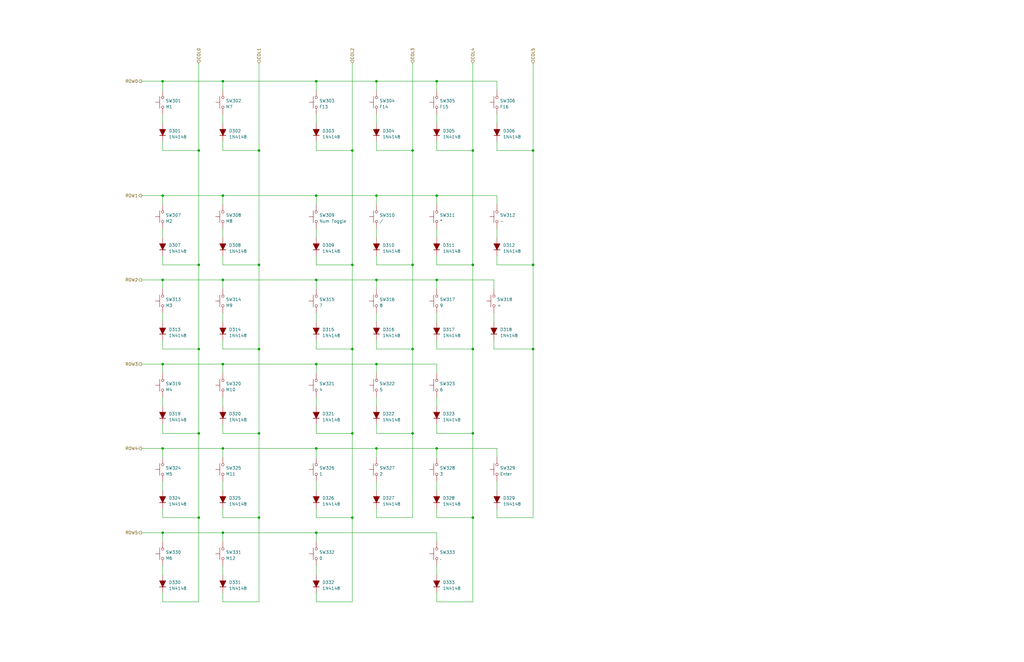
<source format=kicad_sch>
(kicad_sch (version 20230121) (generator eeschema)
  (paper "B")
  (title_block (title "Nifty Numpad") (date "2023-06-10") (rev "0") (comment 1 "Isaac Rex"))
  (lib_symbols
    (symbol "Device:D_Filled" (pin_numbers hide) (pin_names (offset 1.016) hide)
      (property "Reference" "D" (at 0 2.54 0))
      (property "Value" "D_Filled" (at 0 -2.54 0))
      (symbol "D_Filled_0_1"
        (polyline (pts (xy -1.27 1.27) (xy -1.27 -1.27)) (stroke (width 0.254)))
        (polyline (pts (xy 1.27 0) (xy -1.27 0)))
        (polyline (pts (xy 1.27 1.27) (xy 1.27 -1.27) (xy -1.27 0) (xy 1.27 1.27)) (stroke (width 0.254)) (fill (type outline)))
      )
      (symbol "D_Filled_1_1"
        (pin passive line (at -3.81 0 0) (length 2.54) (name "K") (number "1"))
        (pin passive line (at 3.81 0 180) (length 2.54) (name "A") (number "2"))
      )
    )
    (symbol "Switch:SW_Push" (pin_numbers hide) (pin_names (offset 1.016) hide)
      (property "Reference" "SW" (at 1.27 2.54 0))
      (property "Value" "SW_Push" (at 0 -1.524 0))
      (symbol "SW_Push_0_1"
        (circle (center -2.032 0) (radius 0.508))
        (polyline (pts (xy 0 1.27) (xy 0 3.048)))
        (polyline (pts (xy 2.54 1.27) (xy -2.54 1.27)))
        (circle (center 2.032 0) (radius 0.508))
        (pin passive line (at -5.08 0 0) (length 2.54) (name "1") (number "1"))
        (pin passive line (at 5.08 0 180) (length 2.54) (name "2") (number "2"))
      )
    )
  )
  (junction (at 184.15 189.23))
  (junction (at 93.98 224.79))
  (junction (at 184.15 34.29))
  (junction (at 68.58 118.11))
  (junction (at 199.39 147.32))
  (junction (at 173.99 63.5))
  (junction (at 133.35 82.55))
  (junction (at 93.98 82.55))
  (junction (at 83.82 147.32))
  (junction (at 184.15 118.11))
  (junction (at 199.39 111.76))
  (junction (at 109.22 63.5))
  (junction (at 133.35 189.23))
  (junction (at 68.58 153.67))
  (junction (at 83.82 218.44))
  (junction (at 148.59 218.44))
  (junction (at 133.35 118.11))
  (junction (at 148.59 182.88))
  (junction (at 224.79 147.32))
  (junction (at 173.99 182.88))
  (junction (at 158.75 153.67))
  (junction (at 133.35 153.67))
  (junction (at 109.22 218.44))
  (junction (at 224.79 63.5))
  (junction (at 83.82 63.5))
  (junction (at 83.82 111.76))
  (junction (at 133.35 224.79))
  (junction (at 173.99 147.32))
  (junction (at 93.98 34.29))
  (junction (at 93.98 189.23))
  (junction (at 158.75 82.55))
  (junction (at 68.58 82.55))
  (junction (at 83.82 182.88))
  (junction (at 109.22 111.76))
  (junction (at 158.75 189.23))
  (junction (at 109.22 182.88))
  (junction (at 148.59 111.76))
  (junction (at 68.58 224.79))
  (junction (at 184.15 82.55))
  (junction (at 158.75 118.11))
  (junction (at 68.58 189.23))
  (junction (at 133.35 34.29))
  (junction (at 93.98 153.67))
  (junction (at 68.58 34.29))
  (junction (at 158.75 34.29))
  (junction (at 224.79 111.76))
  (junction (at 93.98 118.11))
  (junction (at 199.39 63.5))
  (junction (at 148.59 147.32))
  (junction (at 148.59 63.5))
  (junction (at 109.22 147.32))
  (junction (at 199.39 182.88))
  (junction (at 199.39 218.44))
  (junction (at 173.99 111.76))
  (wire (pts (xy 208.28 118.11) (xy 208.28 121.92)))
  (wire (pts (xy 93.98 82.55) (xy 133.35 82.55)))
  (wire (pts (xy 158.75 82.55) (xy 158.75 86.36)))
  (wire (pts (xy 68.58 167.64) (xy 68.58 171.45)))
  (wire (pts (xy 148.59 147.32) (xy 148.59 182.88)))
  (wire (pts (xy 224.79 26.67) (xy 224.79 63.5)))
  (wire (pts (xy 158.75 143.51) (xy 158.75 147.32)))
  (wire (pts (xy 133.35 153.67) (xy 133.35 157.48)))
  (wire (pts (xy 209.55 34.29) (xy 209.55 38.1)))
  (wire (pts (xy 208.28 143.51) (xy 208.28 147.32)))
  (wire (pts (xy 158.75 118.11) (xy 184.15 118.11)))
  (wire (pts (xy 184.15 189.23) (xy 209.55 189.23)))
  (wire (pts (xy 158.75 96.52) (xy 158.75 100.33)))
  (wire (pts (xy 184.15 132.08) (xy 184.15 135.89)))
  (wire (pts (xy 93.98 179.07) (xy 93.98 182.88)))
  (wire (pts (xy 158.75 189.23) (xy 184.15 189.23)))
  (wire (pts (xy 133.35 153.67) (xy 158.75 153.67)))
  (wire (pts (xy 158.75 132.08) (xy 158.75 135.89)))
  (wire (pts (xy 59.69 224.79) (xy 68.58 224.79)))
  (wire (pts (xy 68.58 157.48) (xy 68.58 153.67)))
  (wire (pts (xy 209.55 214.63) (xy 209.55 218.44)))
  (wire (pts (xy 184.15 179.07) (xy 184.15 182.88)))
  (wire (pts (xy 93.98 147.32) (xy 109.22 147.32)))
  (wire (pts (xy 93.98 143.51) (xy 93.98 147.32)))
  (wire (pts (xy 158.75 182.88) (xy 173.99 182.88)))
  (wire (pts (xy 209.55 218.44) (xy 224.79 218.44)))
  (wire (pts (xy 93.98 107.95) (xy 93.98 111.76)))
  (wire (pts (xy 59.69 118.11) (xy 68.58 118.11)))
  (wire (pts (xy 133.35 34.29) (xy 133.35 38.1)))
  (wire (pts (xy 173.99 26.67) (xy 173.99 63.5)))
  (wire (pts (xy 184.15 214.63) (xy 184.15 218.44)))
  (wire (pts (xy 209.55 48.26) (xy 209.55 52.07)))
  (wire (pts (xy 68.58 214.63) (xy 68.58 218.44)))
  (wire (pts (xy 68.58 179.07) (xy 68.58 182.88)))
  (wire (pts (xy 93.98 118.11) (xy 93.98 121.92)))
  (wire (pts (xy 158.75 48.26) (xy 158.75 52.07)))
  (wire (pts (xy 68.58 107.95) (xy 68.58 111.76)))
  (wire (pts (xy 93.98 182.88) (xy 109.22 182.88)))
  (wire (pts (xy 133.35 238.76) (xy 133.35 242.57)))
  (wire (pts (xy 68.58 143.51) (xy 68.58 147.32)))
  (wire (pts (xy 93.98 203.2) (xy 93.98 207.01)))
  (wire (pts (xy 68.58 82.55) (xy 93.98 82.55)))
  (wire (pts (xy 68.58 48.26) (xy 68.58 52.07)))
  (wire (pts (xy 133.35 179.07) (xy 133.35 182.88)))
  (wire (pts (xy 133.35 96.52) (xy 133.35 100.33)))
  (wire (pts (xy 68.58 34.29) (xy 93.98 34.29)))
  (wire (pts (xy 184.15 118.11) (xy 184.15 121.92)))
  (wire (pts (xy 68.58 59.69) (xy 68.58 63.5)))
  (wire (pts (xy 184.15 224.79) (xy 184.15 228.6)))
  (wire (pts (xy 133.35 254) (xy 148.59 254)))
  (wire (pts (xy 184.15 203.2) (xy 184.15 207.01)))
  (wire (pts (xy 208.28 147.32) (xy 224.79 147.32)))
  (wire (pts (xy 158.75 63.5) (xy 173.99 63.5)))
  (wire (pts (xy 209.55 189.23) (xy 209.55 193.04)))
  (wire (pts (xy 109.22 218.44) (xy 109.22 254)))
  (wire (pts (xy 133.35 107.95) (xy 133.35 111.76)))
  (wire (pts (xy 184.15 238.76) (xy 184.15 242.57)))
  (wire (pts (xy 148.59 182.88) (xy 148.59 218.44)))
  (wire (pts (xy 93.98 111.76) (xy 109.22 111.76)))
  (wire (pts (xy 133.35 63.5) (xy 148.59 63.5)))
  (wire (pts (xy 184.15 147.32) (xy 199.39 147.32)))
  (wire (pts (xy 59.69 82.55) (xy 68.58 82.55)))
  (wire (pts (xy 83.82 147.32) (xy 83.82 182.88)))
  (wire (pts (xy 93.98 214.63) (xy 93.98 218.44)))
  (wire (pts (xy 133.35 214.63) (xy 133.35 218.44)))
  (wire (pts (xy 199.39 111.76) (xy 199.39 147.32)))
  (wire (pts (xy 93.98 34.29) (xy 93.98 38.1)))
  (wire (pts (xy 133.35 250.19) (xy 133.35 254)))
  (wire (pts (xy 68.58 147.32) (xy 83.82 147.32)))
  (wire (pts (xy 133.35 224.79) (xy 133.35 228.6)))
  (wire (pts (xy 93.98 82.55) (xy 93.98 86.36)))
  (wire (pts (xy 59.69 153.67) (xy 68.58 153.67)))
  (wire (pts (xy 133.35 118.11) (xy 133.35 121.92)))
  (wire (pts (xy 68.58 63.5) (xy 83.82 63.5)))
  (wire (pts (xy 133.35 118.11) (xy 158.75 118.11)))
  (wire (pts (xy 83.82 218.44) (xy 83.82 254)))
  (wire (pts (xy 184.15 250.19) (xy 184.15 254)))
  (wire (pts (xy 68.58 228.6) (xy 68.58 224.79)))
  (wire (pts (xy 158.75 214.63) (xy 158.75 218.44)))
  (wire (pts (xy 133.35 189.23) (xy 133.35 193.04)))
  (wire (pts (xy 133.35 59.69) (xy 133.35 63.5)))
  (wire (pts (xy 133.35 218.44) (xy 148.59 218.44)))
  (wire (pts (xy 184.15 167.64) (xy 184.15 171.45)))
  (wire (pts (xy 209.55 82.55) (xy 209.55 86.36)))
  (wire (pts (xy 148.59 218.44) (xy 148.59 254)))
  (wire (pts (xy 158.75 59.69) (xy 158.75 63.5)))
  (wire (pts (xy 68.58 121.92) (xy 68.58 118.11)))
  (wire (pts (xy 68.58 254) (xy 83.82 254)))
  (wire (pts (xy 68.58 189.23) (xy 93.98 189.23)))
  (wire (pts (xy 158.75 111.76) (xy 173.99 111.76)))
  (wire (pts (xy 184.15 59.69) (xy 184.15 63.5)))
  (wire (pts (xy 148.59 26.67) (xy 148.59 63.5)))
  (wire (pts (xy 224.79 147.32) (xy 224.79 218.44)))
  (wire (pts (xy 93.98 153.67) (xy 93.98 157.48)))
  (wire (pts (xy 93.98 224.79) (xy 133.35 224.79)))
  (wire (pts (xy 83.82 111.76) (xy 83.82 147.32)))
  (wire (pts (xy 68.58 218.44) (xy 83.82 218.44)))
  (wire (pts (xy 199.39 218.44) (xy 199.39 254)))
  (wire (pts (xy 109.22 26.67) (xy 109.22 63.5)))
  (wire (pts (xy 93.98 189.23) (xy 93.98 193.04)))
  (wire (pts (xy 184.15 189.23) (xy 184.15 193.04)))
  (wire (pts (xy 68.58 224.79) (xy 93.98 224.79)))
  (wire (pts (xy 184.15 254) (xy 199.39 254)))
  (wire (pts (xy 68.58 132.08) (xy 68.58 135.89)))
  (wire (pts (xy 158.75 34.29) (xy 158.75 38.1)))
  (wire (pts (xy 173.99 182.88) (xy 173.99 218.44)))
  (wire (pts (xy 209.55 107.95) (xy 209.55 111.76)))
  (wire (pts (xy 109.22 111.76) (xy 109.22 147.32)))
  (wire (pts (xy 158.75 82.55) (xy 184.15 82.55)))
  (wire (pts (xy 68.58 118.11) (xy 93.98 118.11)))
  (wire (pts (xy 184.15 118.11) (xy 208.28 118.11)))
  (wire (pts (xy 184.15 63.5) (xy 199.39 63.5)))
  (wire (pts (xy 158.75 203.2) (xy 158.75 207.01)))
  (wire (pts (xy 158.75 189.23) (xy 158.75 193.04)))
  (wire (pts (xy 109.22 147.32) (xy 109.22 182.88)))
  (wire (pts (xy 158.75 147.32) (xy 173.99 147.32)))
  (wire (pts (xy 93.98 189.23) (xy 133.35 189.23)))
  (wire (pts (xy 68.58 86.36) (xy 68.58 82.55)))
  (wire (pts (xy 199.39 26.67) (xy 199.39 63.5)))
  (wire (pts (xy 68.58 153.67) (xy 93.98 153.67)))
  (wire (pts (xy 68.58 193.04) (xy 68.58 189.23)))
  (wire (pts (xy 173.99 111.76) (xy 173.99 147.32)))
  (wire (pts (xy 59.69 34.29) (xy 68.58 34.29)))
  (wire (pts (xy 199.39 147.32) (xy 199.39 182.88)))
  (wire (pts (xy 133.35 203.2) (xy 133.35 207.01)))
  (wire (pts (xy 93.98 118.11) (xy 133.35 118.11)))
  (wire (pts (xy 184.15 48.26) (xy 184.15 52.07)))
  (wire (pts (xy 209.55 96.52) (xy 209.55 100.33)))
  (wire (pts (xy 93.98 254) (xy 109.22 254)))
  (wire (pts (xy 184.15 218.44) (xy 199.39 218.44)))
  (wire (pts (xy 93.98 96.52) (xy 93.98 100.33)))
  (wire (pts (xy 133.35 143.51) (xy 133.35 147.32)))
  (wire (pts (xy 68.58 182.88) (xy 83.82 182.88)))
  (wire (pts (xy 109.22 182.88) (xy 109.22 218.44)))
  (wire (pts (xy 133.35 34.29) (xy 158.75 34.29)))
  (wire (pts (xy 184.15 96.52) (xy 184.15 100.33)))
  (wire (pts (xy 83.82 26.67) (xy 83.82 63.5)))
  (wire (pts (xy 158.75 34.29) (xy 184.15 34.29)))
  (wire (pts (xy 68.58 250.19) (xy 68.58 254)))
  (wire (pts (xy 158.75 153.67) (xy 184.15 153.67)))
  (wire (pts (xy 224.79 63.5) (xy 224.79 111.76)))
  (wire (pts (xy 209.55 59.69) (xy 209.55 63.5)))
  (wire (pts (xy 93.98 167.64) (xy 93.98 171.45)))
  (wire (pts (xy 68.58 38.1) (xy 68.58 34.29)))
  (wire (pts (xy 184.15 143.51) (xy 184.15 147.32)))
  (wire (pts (xy 93.98 63.5) (xy 109.22 63.5)))
  (wire (pts (xy 133.35 224.79) (xy 184.15 224.79)))
  (wire (pts (xy 93.98 218.44) (xy 109.22 218.44)))
  (wire (pts (xy 68.58 203.2) (xy 68.58 207.01)))
  (wire (pts (xy 199.39 182.88) (xy 199.39 218.44)))
  (wire (pts (xy 184.15 34.29) (xy 209.55 34.29)))
  (wire (pts (xy 83.82 63.5) (xy 83.82 111.76)))
  (wire (pts (xy 209.55 111.76) (xy 224.79 111.76)))
  (wire (pts (xy 209.55 63.5) (xy 224.79 63.5)))
  (wire (pts (xy 184.15 111.76) (xy 199.39 111.76)))
  (wire (pts (xy 184.15 153.67) (xy 184.15 157.48)))
  (wire (pts (xy 93.98 224.79) (xy 93.98 228.6)))
  (wire (pts (xy 93.98 153.67) (xy 133.35 153.67)))
  (wire (pts (xy 93.98 250.19) (xy 93.98 254)))
  (wire (pts (xy 93.98 132.08) (xy 93.98 135.89)))
  (wire (pts (xy 133.35 82.55) (xy 158.75 82.55)))
  (wire (pts (xy 158.75 218.44) (xy 173.99 218.44)))
  (wire (pts (xy 93.98 238.76) (xy 93.98 242.57)))
  (wire (pts (xy 184.15 182.88) (xy 199.39 182.88)))
  (wire (pts (xy 93.98 34.29) (xy 133.35 34.29)))
  (wire (pts (xy 184.15 107.95) (xy 184.15 111.76)))
  (wire (pts (xy 158.75 118.11) (xy 158.75 121.92)))
  (wire (pts (xy 158.75 107.95) (xy 158.75 111.76)))
  (wire (pts (xy 158.75 153.67) (xy 158.75 157.48)))
  (wire (pts (xy 133.35 182.88) (xy 148.59 182.88)))
  (wire (pts (xy 148.59 111.76) (xy 148.59 147.32)))
  (wire (pts (xy 133.35 167.64) (xy 133.35 171.45)))
  (wire (pts (xy 184.15 34.29) (xy 184.15 38.1)))
  (wire (pts (xy 68.58 238.76) (xy 68.58 242.57)))
  (wire (pts (xy 133.35 82.55) (xy 133.35 86.36)))
  (wire (pts (xy 158.75 179.07) (xy 158.75 182.88)))
  (wire (pts (xy 109.22 63.5) (xy 109.22 111.76)))
  (wire (pts (xy 133.35 48.26) (xy 133.35 52.07)))
  (wire (pts (xy 59.69 189.23) (xy 68.58 189.23)))
  (wire (pts (xy 133.35 111.76) (xy 148.59 111.76)))
  (wire (pts (xy 93.98 48.26) (xy 93.98 52.07)))
  (wire (pts (xy 133.35 147.32) (xy 148.59 147.32)))
  (wire (pts (xy 184.15 82.55) (xy 209.55 82.55)))
  (wire (pts (xy 83.82 182.88) (xy 83.82 218.44)))
  (wire (pts (xy 224.79 111.76) (xy 224.79 147.32)))
  (wire (pts (xy 133.35 189.23) (xy 158.75 189.23)))
  (wire (pts (xy 133.35 132.08) (xy 133.35 135.89)))
  (wire (pts (xy 208.28 132.08) (xy 208.28 135.89)))
  (wire (pts (xy 68.58 111.76) (xy 83.82 111.76)))
  (wire (pts (xy 173.99 63.5) (xy 173.99 111.76)))
  (wire (pts (xy 199.39 63.5) (xy 199.39 111.76)))
  (wire (pts (xy 158.75 167.64) (xy 158.75 171.45)))
  (wire (pts (xy 93.98 59.69) (xy 93.98 63.5)))
  (wire (pts (xy 209.55 203.2) (xy 209.55 207.01)))
  (wire (pts (xy 173.99 147.32) (xy 173.99 182.88)))
  (wire (pts (xy 148.59 63.5) (xy 148.59 111.76)))
  (wire (pts (xy 68.58 96.52) (xy 68.58 100.33)))
  (wire (pts (xy 184.15 82.55) (xy 184.15 86.36)))
  (hierarchical_label "COL2" (shape input) (at 148.59 26.67 90))
  (hierarchical_label "ROW1" (shape output) (at 59.69 82.55 180))
  (hierarchical_label "ROW3" (shape output) (at 59.69 153.67 180))
  (hierarchical_label "COL5" (shape input) (at 224.79 26.67 90))
  (hierarchical_label "ROW2" (shape output) (at 59.69 118.11 180))
  (hierarchical_label "COL0" (shape input) (at 83.82 26.67 90))
  (hierarchical_label "ROW4" (shape output) (at 59.69 189.23 180))
  (hierarchical_label "ROW0" (shape output) (at 59.69 34.29 180))
  (hierarchical_label "COL4" (shape input) (at 199.39 26.67 90))
  (hierarchical_label "ROW5" (shape output) (at 59.69 224.79 180))
  (hierarchical_label "COL3" (shape input) (at 173.99 26.67 90))
  (hierarchical_label "COL1" (shape input) (at 109.22 26.67 90))
  (symbol (lib_id "Switch:SW_Push") (at 158.75 162.56 90) (unit 1)
    (property "Reference" "SW322" (at 160.02 161.925 90) (effects (justify right)))
    (property "Value" "5" (at 160.02 164.465 90) (effects (justify right)))
    (property "Footprint" "PCM_Switch_Keyboard_Hotswap_Kailh:SW_Hotswap_Kailh_MX_1.00u" (effects hide))
    (property "Datasheet" "https://www.kailhswitch.com/Content/upload/pdf/202215927/CPG151101S11-16.pdf?rnd=543" (effects hide))
  )
  (symbol (lib_id "Switch:SW_Push") (at 93.98 91.44 90) (unit 1)
    (property "Reference" "SW308" (at 95.25 90.805 90) (effects (justify right)))
    (property "Value" "M8" (at 95.25 93.345 90) (effects (justify right)))
    (property "Footprint" "PCM_Switch_Keyboard_Hotswap_Kailh:SW_Hotswap_Kailh_MX_1.00u" (effects hide))
    (property "Datasheet" "https://www.kailhswitch.com/Content/upload/pdf/202215927/CPG151101S11-16.pdf?rnd=543" (effects hide))
  )
  (symbol (lib_id "Device:D_Filled") (at 209.55 104.14 90) (unit 1)
    (property "Reference" "D312" (at 212.09 103.505 90) (effects (justify right)))
    (property "Value" "1N4148" (at 212.09 106.045 90) (effects (justify right)))
    (property "Footprint" "Diode_SMD:D_SOD-123" (effects hide))
    (property "Datasheet" "https://media.digikey.com/pdf/Data%20Sheets/Anbon%20Semi%20PDFs/1N4148W.pdf" (effects hide))
    (property "Sim.Device" "D" (effects hide))
    (property "Sim.Pins" "1=K 2=A" (effects hide))
    (property "DigiKey PN" "4530-1N4148WCT-ND" (effects hide))
  )
  (symbol (lib_id "Switch:SW_Push") (at 68.58 91.44 90) (unit 1)
    (property "Reference" "SW307" (at 69.85 90.805 90) (effects (justify right)))
    (property "Value" "M2" (at 69.85 93.345 90) (effects (justify right)))
    (property "Footprint" "PCM_Switch_Keyboard_Hotswap_Kailh:SW_Hotswap_Kailh_MX_1.00u" (effects hide))
    (property "Datasheet" "https://www.kailhswitch.com/Content/upload/pdf/202215927/CPG151101S11-16.pdf?rnd=543" (effects hide))
  )
  (symbol (lib_id "Device:D_Filled") (at 133.35 175.26 90) (unit 1)
    (property "Reference" "D321" (at 135.89 174.625 90) (effects (justify right)))
    (property "Value" "1N4148" (at 135.89 177.165 90) (effects (justify right)))
    (property "Footprint" "Diode_SMD:D_SOD-123" (effects hide))
    (property "Datasheet" "https://media.digikey.com/pdf/Data%20Sheets/Anbon%20Semi%20PDFs/1N4148W.pdf" (effects hide))
    (property "Sim.Device" "D" (effects hide))
    (property "Sim.Pins" "1=K 2=A" (effects hide))
    (property "DigiKey PN" "4530-1N4148WCT-ND" (effects hide))
  )
  (symbol (lib_id "Switch:SW_Push") (at 93.98 127 90) (unit 1)
    (property "Reference" "SW314" (at 95.25 126.365 90) (effects (justify right)))
    (property "Value" "M9" (at 95.25 128.905 90) (effects (justify right)))
    (property "Footprint" "PCM_Switch_Keyboard_Hotswap_Kailh:SW_Hotswap_Kailh_MX_1.00u" (effects hide))
    (property "Datasheet" "https://www.kailhswitch.com/Content/upload/pdf/202215927/CPG151101S11-16.pdf?rnd=543" (effects hide))
  )
  (symbol (lib_id "Switch:SW_Push") (at 68.58 127 90) (unit 1)
    (property "Reference" "SW313" (at 69.85 126.365 90) (effects (justify right)))
    (property "Value" "M3" (at 69.85 128.905 90) (effects (justify right)))
    (property "Footprint" "PCM_Switch_Keyboard_Hotswap_Kailh:SW_Hotswap_Kailh_MX_1.00u" (effects hide))
    (property "Datasheet" "https://www.kailhswitch.com/Content/upload/pdf/202215927/CPG151101S11-16.pdf?rnd=543" (effects hide))
  )
  (symbol (lib_id "Switch:SW_Push") (at 184.15 198.12 90) (unit 1)
    (property "Reference" "SW328" (at 185.42 197.485 90) (effects (justify right)))
    (property "Value" "3" (at 185.42 200.025 90) (effects (justify right)))
    (property "Footprint" "PCM_Switch_Keyboard_Hotswap_Kailh:SW_Hotswap_Kailh_MX_1.00u" (effects hide))
    (property "Datasheet" "https://www.kailhswitch.com/Content/upload/pdf/202215927/CPG151101S11-16.pdf?rnd=543" (effects hide))
  )
  (symbol (lib_id "Device:D_Filled") (at 209.55 55.88 90) (unit 1)
    (property "Reference" "D306" (at 212.09 55.245 90) (effects (justify right)))
    (property "Value" "1N4148" (at 212.09 57.785 90) (effects (justify right)))
    (property "Footprint" "Diode_SMD:D_SOD-123" (effects hide))
    (property "Datasheet" "https://media.digikey.com/pdf/Data%20Sheets/Anbon%20Semi%20PDFs/1N4148W.pdf" (effects hide))
    (property "Sim.Device" "D" (effects hide))
    (property "Sim.Pins" "1=K 2=A" (effects hide))
    (property "DigiKey PN" "4530-1N4148WCT-ND" (effects hide))
  )
  (symbol (lib_id "Switch:SW_Push") (at 184.15 233.68 90) (unit 1)
    (property "Reference" "SW333" (at 185.42 233.045 90) (effects (justify right)))
    (property "Value" "." (at 185.42 235.585 90) (effects (justify right)))
    (property "Footprint" "PCM_Switch_Keyboard_Hotswap_Kailh:SW_Hotswap_Kailh_MX_1.00u" (effects hide))
    (property "Datasheet" "https://www.kailhswitch.com/Content/upload/pdf/202215927/CPG151101S11-16.pdf?rnd=543" (effects hide))
  )
  (symbol (lib_id "Device:D_Filled") (at 68.58 139.7 90) (unit 1)
    (property "Reference" "D313" (at 71.12 139.065 90) (effects (justify right)))
    (property "Value" "1N4148" (at 71.12 141.605 90) (effects (justify right)))
    (property "Footprint" "Diode_SMD:D_SOD-123" (effects hide))
    (property "Datasheet" "https://media.digikey.com/pdf/Data%20Sheets/Anbon%20Semi%20PDFs/1N4148W.pdf" (effects hide))
    (property "Sim.Device" "D" (effects hide))
    (property "Sim.Pins" "1=K 2=A" (effects hide))
    (property "DigiKey PN" "4530-1N4148WCT-ND" (effects hide))
  )
  (symbol (lib_id "Switch:SW_Push") (at 133.35 43.18 90) (unit 1)
    (property "Reference" "SW303" (at 134.62 42.545 90) (effects (justify right)))
    (property "Value" "F13" (at 134.62 45.085 90) (effects (justify right)))
    (property "Footprint" "PCM_Switch_Keyboard_Hotswap_Kailh:SW_Hotswap_Kailh_MX_1.00u" (effects hide))
    (property "Datasheet" "https://www.kailhswitch.com/Content/upload/pdf/202215927/CPG151101S11-16.pdf?rnd=543" (effects hide))
  )
  (symbol (lib_id "Switch:SW_Push") (at 133.35 127 90) (unit 1)
    (property "Reference" "SW315" (at 134.62 126.365 90) (effects (justify right)))
    (property "Value" "7" (at 134.62 128.905 90) (effects (justify right)))
    (property "Footprint" "PCM_Switch_Keyboard_Hotswap_Kailh:SW_Hotswap_Kailh_MX_1.00u" (effects hide))
    (property "Datasheet" "https://www.kailhswitch.com/Content/upload/pdf/202215927/CPG151101S11-16.pdf?rnd=543" (effects hide))
  )
  (symbol (lib_id "Switch:SW_Push") (at 133.35 91.44 90) (unit 1)
    (property "Reference" "SW309" (at 134.62 90.805 90) (effects (justify right)))
    (property "Value" "Num Toggle" (at 134.62 93.345 90) (effects (justify right)))
    (property "Footprint" "PCM_Switch_Keyboard_Hotswap_Kailh:SW_Hotswap_Kailh_MX_1.00u" (effects hide))
    (property "Datasheet" "https://www.kailhswitch.com/Content/upload/pdf/202215927/CPG151101S11-16.pdf?rnd=543" (effects hide))
  )
  (symbol (lib_id "Device:D_Filled") (at 93.98 139.7 90) (unit 1)
    (property "Reference" "D314" (at 96.52 139.065 90) (effects (justify right)))
    (property "Value" "1N4148" (at 96.52 141.605 90) (effects (justify right)))
    (property "Footprint" "Diode_SMD:D_SOD-123" (effects hide))
    (property "Datasheet" "https://media.digikey.com/pdf/Data%20Sheets/Anbon%20Semi%20PDFs/1N4148W.pdf" (effects hide))
    (property "Sim.Device" "D" (effects hide))
    (property "Sim.Pins" "1=K 2=A" (effects hide))
    (property "DigiKey PN" "4530-1N4148WCT-ND" (effects hide))
  )
  (symbol (lib_id "Switch:SW_Push") (at 184.15 43.18 90) (unit 1)
    (property "Reference" "SW305" (at 185.42 42.545 90) (effects (justify right)))
    (property "Value" "F15" (at 185.42 45.085 90) (effects (justify right)))
    (property "Footprint" "PCM_Switch_Keyboard_Hotswap_Kailh:SW_Hotswap_Kailh_MX_1.00u" (effects hide))
    (property "Datasheet" "https://www.kailhswitch.com/Content/upload/pdf/202215927/CPG151101S11-16.pdf?rnd=543" (effects hide))
  )
  (symbol (lib_id "Device:D_Filled") (at 68.58 55.88 90) (unit 1)
    (property "Reference" "D301" (at 71.12 55.245 90) (effects (justify right)))
    (property "Value" "1N4148" (at 71.12 57.785 90) (effects (justify right)))
    (property "Footprint" "Diode_SMD:D_SOD-123" (effects hide))
    (property "Datasheet" "https://media.digikey.com/pdf/Data%20Sheets/Anbon%20Semi%20PDFs/1N4148W.pdf" (effects hide))
    (property "Sim.Device" "D" (effects hide))
    (property "Sim.Pins" "1=K 2=A" (effects hide))
    (property "DigiKey PN" "4530-1N4148WCT-ND" (effects hide))
  )
  (symbol (lib_id "Switch:SW_Push") (at 93.98 162.56 90) (unit 1)
    (property "Reference" "SW320" (at 95.25 161.925 90) (effects (justify right)))
    (property "Value" "M10" (at 95.25 164.465 90) (effects (justify right)))
    (property "Footprint" "PCM_Switch_Keyboard_Hotswap_Kailh:SW_Hotswap_Kailh_MX_1.00u" (effects hide))
    (property "Datasheet" "https://www.kailhswitch.com/Content/upload/pdf/202215927/CPG151101S11-16.pdf?rnd=543" (effects hide))
  )
  (symbol (lib_id "Switch:SW_Push") (at 209.55 91.44 90) (unit 1)
    (property "Reference" "SW312" (at 210.82 90.805 90) (effects (justify right)))
    (property "Value" "-" (at 210.82 93.345 90) (effects (justify right)))
    (property "Footprint" "PCM_Switch_Keyboard_Hotswap_Kailh:SW_Hotswap_Kailh_MX_1.00u" (effects hide))
    (property "Datasheet" "https://www.kailhswitch.com/Content/upload/pdf/202215927/CPG151101S11-16.pdf?rnd=543" (effects hide))
  )
  (symbol (lib_id "Device:D_Filled") (at 68.58 210.82 90) (unit 1)
    (property "Reference" "D324" (at 71.12 210.185 90) (effects (justify right)))
    (property "Value" "1N4148" (at 71.12 212.725 90) (effects (justify right)))
    (property "Footprint" "Diode_SMD:D_SOD-123" (effects hide))
    (property "Datasheet" "https://media.digikey.com/pdf/Data%20Sheets/Anbon%20Semi%20PDFs/1N4148W.pdf" (effects hide))
    (property "Sim.Device" "D" (effects hide))
    (property "Sim.Pins" "1=K 2=A" (effects hide))
    (property "DigiKey PN" "4530-1N4148WCT-ND" (effects hide))
  )
  (symbol (lib_id "Switch:SW_Push") (at 208.28 127 90) (unit 1)
    (property "Reference" "SW318" (at 209.55 126.365 90) (effects (justify right)))
    (property "Value" "+" (at 209.55 128.905 90) (effects (justify right)))
    (property "Footprint" "PCM_Switch_Keyboard_Hotswap_Kailh:SW_Hotswap_Kailh_MX_2.00u_90deg" (effects hide))
    (property "Datasheet" "https://www.kailhswitch.com/Content/upload/pdf/202215927/CPG151101S11-16.pdf?rnd=543" (effects hide))
  )
  (symbol (lib_id "Switch:SW_Push") (at 209.55 198.12 90) (unit 1)
    (property "Reference" "SW329" (at 210.82 197.485 90) (effects (justify right)))
    (property "Value" "Enter" (at 210.82 200.025 90) (effects (justify right)))
    (property "Footprint" "PCM_Switch_Keyboard_Hotswap_Kailh:SW_Hotswap_Kailh_MX_2.00u_90deg" (effects hide))
    (property "Datasheet" "https://www.kailhswitch.com/Content/upload/pdf/202215927/CPG151101S11-16.pdf?rnd=543" (effects hide))
  )
  (symbol (lib_id "Device:D_Filled") (at 184.15 104.14 90) (unit 1)
    (property "Reference" "D311" (at 186.69 103.505 90) (effects (justify right)))
    (property "Value" "1N4148" (at 186.69 106.045 90) (effects (justify right)))
    (property "Footprint" "Diode_SMD:D_SOD-123" (effects hide))
    (property "Datasheet" "https://media.digikey.com/pdf/Data%20Sheets/Anbon%20Semi%20PDFs/1N4148W.pdf" (effects hide))
    (property "Sim.Device" "D" (effects hide))
    (property "Sim.Pins" "1=K 2=A" (effects hide))
    (property "DigiKey PN" "4530-1N4148WCT-ND" (effects hide))
  )
  (symbol (lib_id "Switch:SW_Push") (at 133.35 198.12 90) (unit 1)
    (property "Reference" "SW326" (at 134.62 197.485 90) (effects (justify right)))
    (property "Value" "1" (at 134.62 200.025 90) (effects (justify right)))
    (property "Footprint" "PCM_Switch_Keyboard_Hotswap_Kailh:SW_Hotswap_Kailh_MX_1.00u" (effects hide))
    (property "Datasheet" "https://www.kailhswitch.com/Content/upload/pdf/202215927/CPG151101S11-16.pdf?rnd=543" (effects hide))
  )
  (symbol (lib_id "Switch:SW_Push") (at 209.55 43.18 90) (unit 1)
    (property "Reference" "SW306" (at 210.82 42.545 90) (effects (justify right)))
    (property "Value" "F16" (at 210.82 45.085 90) (effects (justify right)))
    (property "Footprint" "PCM_Switch_Keyboard_Hotswap_Kailh:SW_Hotswap_Kailh_MX_1.00u" (effects hide))
    (property "Datasheet" "https://www.kailhswitch.com/Content/upload/pdf/202215927/CPG151101S11-16.pdf?rnd=543" (effects hide))
  )
  (symbol (lib_id "Device:D_Filled") (at 93.98 210.82 90) (unit 1)
    (property "Reference" "D325" (at 96.52 210.185 90) (effects (justify right)))
    (property "Value" "1N4148" (at 96.52 212.725 90) (effects (justify right)))
    (property "Footprint" "Diode_SMD:D_SOD-123" (effects hide))
    (property "Datasheet" "https://media.digikey.com/pdf/Data%20Sheets/Anbon%20Semi%20PDFs/1N4148W.pdf" (effects hide))
    (property "Sim.Device" "D" (effects hide))
    (property "Sim.Pins" "1=K 2=A" (effects hide))
    (property "DigiKey PN" "4530-1N4148WCT-ND" (effects hide))
  )
  (symbol (lib_id "Device:D_Filled") (at 133.35 246.38 90) (unit 1)
    (property "Reference" "D332" (at 135.89 245.745 90) (effects (justify right)))
    (property "Value" "1N4148" (at 135.89 248.285 90) (effects (justify right)))
    (property "Footprint" "Diode_SMD:D_SOD-123" (effects hide))
    (property "Datasheet" "https://media.digikey.com/pdf/Data%20Sheets/Anbon%20Semi%20PDFs/1N4148W.pdf" (effects hide))
    (property "Sim.Device" "D" (effects hide))
    (property "Sim.Pins" "1=K 2=A" (effects hide))
    (property "DigiKey PN" "4530-1N4148WCT-ND" (effects hide))
  )
  (symbol (lib_id "Device:D_Filled") (at 184.15 139.7 90) (unit 1)
    (property "Reference" "D317" (at 186.69 139.065 90) (effects (justify right)))
    (property "Value" "1N4148" (at 186.69 141.605 90) (effects (justify right)))
    (property "Footprint" "Diode_SMD:D_SOD-123" (effects hide))
    (property "Datasheet" "https://media.digikey.com/pdf/Data%20Sheets/Anbon%20Semi%20PDFs/1N4148W.pdf" (effects hide))
    (property "Sim.Device" "D" (effects hide))
    (property "Sim.Pins" "1=K 2=A" (effects hide))
    (property "DigiKey PN" "4530-1N4148WCT-ND" (effects hide))
  )
  (symbol (lib_id "Device:D_Filled") (at 93.98 55.88 90) (unit 1)
    (property "Reference" "D302" (at 96.52 55.245 90) (effects (justify right)))
    (property "Value" "1N4148" (at 96.52 57.785 90) (effects (justify right)))
    (property "Footprint" "Diode_SMD:D_SOD-123" (effects hide))
    (property "Datasheet" "https://media.digikey.com/pdf/Data%20Sheets/Anbon%20Semi%20PDFs/1N4148W.pdf" (effects hide))
    (property "Sim.Device" "D" (effects hide))
    (property "Sim.Pins" "1=K 2=A" (effects hide))
    (property "DigiKey PN" "4530-1N4148WCT-ND" (effects hide))
  )
  (symbol (lib_id "Switch:SW_Push") (at 93.98 233.68 90) (unit 1)
    (property "Reference" "SW331" (at 95.25 233.045 90) (effects (justify right)))
    (property "Value" "M12" (at 95.25 235.585 90) (effects (justify right)))
    (property "Footprint" "PCM_Switch_Keyboard_Hotswap_Kailh:SW_Hotswap_Kailh_MX_1.00u" (effects hide))
    (property "Datasheet" "https://www.kailhswitch.com/Content/upload/pdf/202215927/CPG151101S11-16.pdf?rnd=543" (effects hide))
  )
  (symbol (lib_id "Device:D_Filled") (at 184.15 210.82 90) (unit 1)
    (property "Reference" "D328" (at 186.69 210.185 90) (effects (justify right)))
    (property "Value" "1N4148" (at 186.69 212.725 90) (effects (justify right)))
    (property "Footprint" "Diode_SMD:D_SOD-123" (effects hide))
    (property "Datasheet" "https://media.digikey.com/pdf/Data%20Sheets/Anbon%20Semi%20PDFs/1N4148W.pdf" (effects hide))
    (property "Sim.Device" "D" (effects hide))
    (property "Sim.Pins" "1=K 2=A" (effects hide))
    (property "DigiKey PN" "4530-1N4148WCT-ND" (effects hide))
  )
  (symbol (lib_id "Device:D_Filled") (at 184.15 175.26 90) (unit 1)
    (property "Reference" "D323" (at 186.69 174.625 90) (effects (justify right)))
    (property "Value" "1N4148" (at 186.69 177.165 90) (effects (justify right)))
    (property "Footprint" "Diode_SMD:D_SOD-123" (effects hide))
    (property "Datasheet" "https://media.digikey.com/pdf/Data%20Sheets/Anbon%20Semi%20PDFs/1N4148W.pdf" (effects hide))
    (property "Sim.Device" "D" (effects hide))
    (property "Sim.Pins" "1=K 2=A" (effects hide))
    (property "DigiKey PN" "4530-1N4148WCT-ND" (effects hide))
  )
  (symbol (lib_id "Switch:SW_Push") (at 68.58 233.68 90) (unit 1)
    (property "Reference" "SW330" (at 69.85 233.045 90) (effects (justify right)))
    (property "Value" "M6" (at 69.85 235.585 90) (effects (justify right)))
    (property "Footprint" "PCM_Switch_Keyboard_Hotswap_Kailh:SW_Hotswap_Kailh_MX_1.00u" (effects hide))
    (property "Datasheet" "https://www.kailhswitch.com/Content/upload/pdf/202215927/CPG151101S11-16.pdf?rnd=543" (effects hide))
  )
  (symbol (lib_id "Device:D_Filled") (at 68.58 104.14 90) (unit 1)
    (property "Reference" "D307" (at 71.12 103.505 90) (effects (justify right)))
    (property "Value" "1N4148" (at 71.12 106.045 90) (effects (justify right)))
    (property "Footprint" "Diode_SMD:D_SOD-123" (effects hide))
    (property "Datasheet" "https://media.digikey.com/pdf/Data%20Sheets/Anbon%20Semi%20PDFs/1N4148W.pdf" (effects hide))
    (property "Sim.Device" "D" (effects hide))
    (property "Sim.Pins" "1=K 2=A" (effects hide))
    (property "DigiKey PN" "4530-1N4148WCT-ND" (effects hide))
  )
  (symbol (lib_id "Device:D_Filled") (at 93.98 104.14 90) (unit 1)
    (property "Reference" "D308" (at 96.52 103.505 90) (effects (justify right)))
    (property "Value" "1N4148" (at 96.52 106.045 90) (effects (justify right)))
    (property "Footprint" "Diode_SMD:D_SOD-123" (effects hide))
    (property "Datasheet" "https://media.digikey.com/pdf/Data%20Sheets/Anbon%20Semi%20PDFs/1N4148W.pdf" (effects hide))
    (property "Sim.Device" "D" (effects hide))
    (property "Sim.Pins" "1=K 2=A" (effects hide))
    (property "DigiKey PN" "4530-1N4148WCT-ND" (effects hide))
  )
  (symbol (lib_id "Switch:SW_Push") (at 184.15 127 90) (unit 1)
    (property "Reference" "SW317" (at 185.42 126.365 90) (effects (justify right)))
    (property "Value" "9" (at 185.42 128.905 90) (effects (justify right)))
    (property "Footprint" "PCM_Switch_Keyboard_Hotswap_Kailh:SW_Hotswap_Kailh_MX_1.00u" (effects hide))
    (property "Datasheet" "https://www.kailhswitch.com/Content/upload/pdf/202215927/CPG151101S11-16.pdf?rnd=543" (effects hide))
  )
  (symbol (lib_id "Switch:SW_Push") (at 68.58 43.18 90) (unit 1)
    (property "Reference" "SW301" (at 69.85 42.545 90) (effects (justify right)))
    (property "Value" "M1" (at 69.85 45.085 90) (effects (justify right)))
    (property "Footprint" "PCM_Switch_Keyboard_Hotswap_Kailh:SW_Hotswap_Kailh_MX_1.00u" (effects hide))
    (property "Datasheet" "https://www.kailhswitch.com/Content/upload/pdf/202215927/CPG151101S11-16.pdf?rnd=543" (effects hide))
  )
  (symbol (lib_id "Device:D_Filled") (at 133.35 55.88 90) (unit 1)
    (property "Reference" "D303" (at 135.89 55.245 90) (effects (justify right)))
    (property "Value" "1N4148" (at 135.89 57.785 90) (effects (justify right)))
    (property "Footprint" "Diode_SMD:D_SOD-123" (effects hide))
    (property "Datasheet" "https://media.digikey.com/pdf/Data%20Sheets/Anbon%20Semi%20PDFs/1N4148W.pdf" (effects hide))
    (property "Sim.Device" "D" (effects hide))
    (property "Sim.Pins" "1=K 2=A" (effects hide))
    (property "DigiKey PN" "4530-1N4148WCT-ND" (effects hide))
  )
  (symbol (lib_id "Switch:SW_Push") (at 133.35 162.56 90) (unit 1)
    (property "Reference" "SW321" (at 134.62 161.925 90) (effects (justify right)))
    (property "Value" "4" (at 134.62 164.465 90) (effects (justify right)))
    (property "Footprint" "PCM_Switch_Keyboard_Hotswap_Kailh:SW_Hotswap_Kailh_MX_1.00u" (effects hide))
    (property "Datasheet" "https://www.kailhswitch.com/Content/upload/pdf/202215927/CPG151101S11-16.pdf?rnd=543" (effects hide))
  )
  (symbol (lib_id "Switch:SW_Push") (at 93.98 43.18 90) (unit 1)
    (property "Reference" "SW302" (at 95.25 42.545 90) (effects (justify right)))
    (property "Value" "M7" (at 95.25 45.085 90) (effects (justify right)))
    (property "Footprint" "PCM_Switch_Keyboard_Hotswap_Kailh:SW_Hotswap_Kailh_MX_1.00u" (effects hide))
    (property "Datasheet" "https://www.kailhswitch.com/Content/upload/pdf/202215927/CPG151101S11-16.pdf?rnd=543" (effects hide))
  )
  (symbol (lib_id "Switch:SW_Push") (at 158.75 127 90) (unit 1)
    (property "Reference" "SW316" (at 160.02 126.365 90) (effects (justify right)))
    (property "Value" "8" (at 160.02 128.905 90) (effects (justify right)))
    (property "Footprint" "PCM_Switch_Keyboard_Hotswap_Kailh:SW_Hotswap_Kailh_MX_1.00u" (effects hide))
    (property "Datasheet" "https://www.kailhswitch.com/Content/upload/pdf/202215927/CPG151101S11-16.pdf?rnd=543" (effects hide))
  )
  (symbol (lib_id "Device:D_Filled") (at 158.75 175.26 90) (unit 1)
    (property "Reference" "D322" (at 161.29 174.625 90) (effects (justify right)))
    (property "Value" "1N4148" (at 161.29 177.165 90) (effects (justify right)))
    (property "Footprint" "Diode_SMD:D_SOD-123" (effects hide))
    (property "Datasheet" "https://media.digikey.com/pdf/Data%20Sheets/Anbon%20Semi%20PDFs/1N4148W.pdf" (effects hide))
    (property "Sim.Device" "D" (effects hide))
    (property "Sim.Pins" "1=K 2=A" (effects hide))
    (property "DigiKey PN" "4530-1N4148WCT-ND" (effects hide))
  )
  (symbol (lib_id "Switch:SW_Push") (at 68.58 162.56 90) (unit 1)
    (property "Reference" "SW319" (at 69.85 161.925 90) (effects (justify right)))
    (property "Value" "M4" (at 69.85 164.465 90) (effects (justify right)))
    (property "Footprint" "PCM_Switch_Keyboard_Hotswap_Kailh:SW_Hotswap_Kailh_MX_1.00u" (effects hide))
    (property "Datasheet" "https://www.kailhswitch.com/Content/upload/pdf/202215927/CPG151101S11-16.pdf?rnd=543" (effects hide))
  )
  (symbol (lib_id "Device:D_Filled") (at 184.15 55.88 90) (unit 1)
    (property "Reference" "D305" (at 186.69 55.245 90) (effects (justify right)))
    (property "Value" "1N4148" (at 186.69 57.785 90) (effects (justify right)))
    (property "Footprint" "Diode_SMD:D_SOD-123" (effects hide))
    (property "Datasheet" "https://media.digikey.com/pdf/Data%20Sheets/Anbon%20Semi%20PDFs/1N4148W.pdf" (effects hide))
    (property "Sim.Device" "D" (effects hide))
    (property "Sim.Pins" "1=K 2=A" (effects hide))
    (property "DigiKey PN" "4530-1N4148WCT-ND" (effects hide))
  )
  (symbol (lib_id "Device:D_Filled") (at 133.35 210.82 90) (unit 1)
    (property "Reference" "D326" (at 135.89 210.185 90) (effects (justify right)))
    (property "Value" "1N4148" (at 135.89 212.725 90) (effects (justify right)))
    (property "Footprint" "Diode_SMD:D_SOD-123" (effects hide))
    (property "Datasheet" "https://media.digikey.com/pdf/Data%20Sheets/Anbon%20Semi%20PDFs/1N4148W.pdf" (effects hide))
    (property "Sim.Device" "D" (effects hide))
    (property "Sim.Pins" "1=K 2=A" (effects hide))
    (property "DigiKey PN" "4530-1N4148WCT-ND" (effects hide))
  )
  (symbol (lib_id "Device:D_Filled") (at 68.58 175.26 90) (unit 1)
    (property "Reference" "D319" (at 71.12 174.625 90) (effects (justify right)))
    (property "Value" "1N4148" (at 71.12 177.165 90) (effects (justify right)))
    (property "Footprint" "Diode_SMD:D_SOD-123" (effects hide))
    (property "Datasheet" "https://media.digikey.com/pdf/Data%20Sheets/Anbon%20Semi%20PDFs/1N4148W.pdf" (effects hide))
    (property "Sim.Device" "D" (effects hide))
    (property "Sim.Pins" "1=K 2=A" (effects hide))
    (property "DigiKey PN" "4530-1N4148WCT-ND" (effects hide))
  )
  (symbol (lib_id "Device:D_Filled") (at 208.28 139.7 90) (unit 1)
    (property "Reference" "D318" (at 210.82 139.065 90) (effects (justify right)))
    (property "Value" "1N4148" (at 210.82 141.605 90) (effects (justify right)))
    (property "Footprint" "Diode_SMD:D_SOD-123" (effects hide))
    (property "Datasheet" "https://media.digikey.com/pdf/Data%20Sheets/Anbon%20Semi%20PDFs/1N4148W.pdf" (effects hide))
    (property "Sim.Device" "D" (effects hide))
    (property "Sim.Pins" "1=K 2=A" (effects hide))
    (property "DigiKey PN" "4530-1N4148WCT-ND" (effects hide))
  )
  (symbol (lib_id "Device:D_Filled") (at 184.15 246.38 90) (unit 1)
    (property "Reference" "D333" (at 186.69 245.745 90) (effects (justify right)))
    (property "Value" "1N4148" (at 186.69 248.285 90) (effects (justify right)))
    (property "Footprint" "Diode_SMD:D_SOD-123" (effects hide))
    (property "Datasheet" "https://media.digikey.com/pdf/Data%20Sheets/Anbon%20Semi%20PDFs/1N4148W.pdf" (effects hide))
    (property "Sim.Device" "D" (effects hide))
    (property "Sim.Pins" "1=K 2=A" (effects hide))
    (property "DigiKey PN" "4530-1N4148WCT-ND" (effects hide))
  )
  (symbol (lib_id "Device:D_Filled") (at 209.55 210.82 90) (unit 1)
    (property "Reference" "D329" (at 212.09 210.185 90) (effects (justify right)))
    (property "Value" "1N4148" (at 212.09 212.725 90) (effects (justify right)))
    (property "Footprint" "Diode_SMD:D_SOD-123" (effects hide))
    (property "Datasheet" "https://media.digikey.com/pdf/Data%20Sheets/Anbon%20Semi%20PDFs/1N4148W.pdf" (effects hide))
    (property "Sim.Device" "D" (effects hide))
    (property "Sim.Pins" "1=K 2=A" (effects hide))
    (property "DigiKey PN" "4530-1N4148WCT-ND" (effects hide))
  )
  (symbol (lib_id "Switch:SW_Push") (at 158.75 91.44 90) (unit 1)
    (property "Reference" "SW310" (at 160.02 90.805 90) (effects (justify right)))
    (property "Value" "/" (at 160.02 93.345 90) (effects (justify right)))
    (property "Footprint" "PCM_Switch_Keyboard_Hotswap_Kailh:SW_Hotswap_Kailh_MX_1.00u" (effects hide))
    (property "Datasheet" "https://www.kailhswitch.com/Content/upload/pdf/202215927/CPG151101S11-16.pdf?rnd=543" (effects hide))
  )
  (symbol (lib_id "Switch:SW_Push") (at 184.15 162.56 90) (unit 1)
    (property "Reference" "SW323" (at 185.42 161.925 90) (effects (justify right)))
    (property "Value" "6" (at 185.42 164.465 90) (effects (justify right)))
    (property "Footprint" "PCM_Switch_Keyboard_Hotswap_Kailh:SW_Hotswap_Kailh_MX_1.00u" (effects hide))
    (property "Datasheet" "https://www.kailhswitch.com/Content/upload/pdf/202215927/CPG151101S11-16.pdf?rnd=543" (effects hide))
  )
  (symbol (lib_id "Switch:SW_Push") (at 184.15 91.44 90) (unit 1)
    (property "Reference" "SW311" (at 185.42 90.805 90) (effects (justify right)))
    (property "Value" "*" (at 185.42 93.345 90) (effects (justify right)))
    (property "Footprint" "PCM_Switch_Keyboard_Hotswap_Kailh:SW_Hotswap_Kailh_MX_1.00u" (effects hide))
    (property "Datasheet" "https://www.kailhswitch.com/Content/upload/pdf/202215927/CPG151101S11-16.pdf?rnd=543" (effects hide))
  )
  (symbol (lib_id "Device:D_Filled") (at 158.75 55.88 90) (unit 1)
    (property "Reference" "D304" (at 161.29 55.245 90) (effects (justify right)))
    (property "Value" "1N4148" (at 161.29 57.785 90) (effects (justify right)))
    (property "Footprint" "Diode_SMD:D_SOD-123" (effects hide))
    (property "Datasheet" "https://media.digikey.com/pdf/Data%20Sheets/Anbon%20Semi%20PDFs/1N4148W.pdf" (effects hide))
    (property "Sim.Device" "D" (effects hide))
    (property "Sim.Pins" "1=K 2=A" (effects hide))
    (property "DigiKey PN" "4530-1N4148WCT-ND" (effects hide))
  )
  (symbol (lib_id "Device:D_Filled") (at 158.75 210.82 90) (unit 1)
    (property "Reference" "D327" (at 161.29 210.185 90) (effects (justify right)))
    (property "Value" "1N4148" (at 161.29 212.725 90) (effects (justify right)))
    (property "Footprint" "Diode_SMD:D_SOD-123" (effects hide))
    (property "Datasheet" "https://media.digikey.com/pdf/Data%20Sheets/Anbon%20Semi%20PDFs/1N4148W.pdf" (effects hide))
    (property "Sim.Device" "D" (effects hide))
    (property "Sim.Pins" "1=K 2=A" (effects hide))
    (property "DigiKey PN" "4530-1N4148WCT-ND" (effects hide))
  )
  (symbol (lib_id "Switch:SW_Push") (at 68.58 198.12 90) (unit 1)
    (property "Reference" "SW324" (at 69.85 197.485 90) (effects (justify right)))
    (property "Value" "M5" (at 69.85 200.025 90) (effects (justify right)))
    (property "Footprint" "PCM_Switch_Keyboard_Hotswap_Kailh:SW_Hotswap_Kailh_MX_1.00u" (effects hide))
    (property "Datasheet" "https://www.kailhswitch.com/Content/upload/pdf/202215927/CPG151101S11-16.pdf?rnd=543" (effects hide))
  )
  (symbol (lib_id "Device:D_Filled") (at 158.75 104.14 90) (unit 1)
    (property "Reference" "D310" (at 161.29 103.505 90) (effects (justify right)))
    (property "Value" "1N4148" (at 161.29 106.045 90) (effects (justify right)))
    (property "Footprint" "Diode_SMD:D_SOD-123" (effects hide))
    (property "Datasheet" "https://media.digikey.com/pdf/Data%20Sheets/Anbon%20Semi%20PDFs/1N4148W.pdf" (effects hide))
    (property "Sim.Device" "D" (effects hide))
    (property "Sim.Pins" "1=K 2=A" (effects hide))
    (property "DigiKey PN" "4530-1N4148WCT-ND" (effects hide))
  )
  (symbol (lib_id "Device:D_Filled") (at 93.98 246.38 90) (unit 1)
    (property "Reference" "D331" (at 96.52 245.745 90) (effects (justify right)))
    (property "Value" "1N4148" (at 96.52 248.285 90) (effects (justify right)))
    (property "Footprint" "Diode_SMD:D_SOD-123" (effects hide))
    (property "Datasheet" "https://media.digikey.com/pdf/Data%20Sheets/Anbon%20Semi%20PDFs/1N4148W.pdf" (effects hide))
    (property "Sim.Device" "D" (effects hide))
    (property "Sim.Pins" "1=K 2=A" (effects hide))
    (property "DigiKey PN" "4530-1N4148WCT-ND" (effects hide))
  )
  (symbol (lib_id "Device:D_Filled") (at 133.35 104.14 90) (unit 1)
    (property "Reference" "D309" (at 135.89 103.505 90) (effects (justify right)))
    (property "Value" "1N4148" (at 135.89 106.045 90) (effects (justify right)))
    (property "Footprint" "Diode_SMD:D_SOD-123" (effects hide))
    (property "Datasheet" "https://media.digikey.com/pdf/Data%20Sheets/Anbon%20Semi%20PDFs/1N4148W.pdf" (effects hide))
    (property "Sim.Device" "D" (effects hide))
    (property "Sim.Pins" "1=K 2=A" (effects hide))
    (property "DigiKey PN" "4530-1N4148WCT-ND" (effects hide))
  )
  (symbol (lib_id "Device:D_Filled") (at 68.58 246.38 90) (unit 1)
    (property "Reference" "D330" (at 71.12 245.745 90) (effects (justify right)))
    (property "Value" "1N4148" (at 71.12 248.285 90) (effects (justify right)))
    (property "Footprint" "Diode_SMD:D_SOD-123" (effects hide))
    (property "Datasheet" "https://media.digikey.com/pdf/Data%20Sheets/Anbon%20Semi%20PDFs/1N4148W.pdf" (effects hide))
    (property "Sim.Device" "D" (effects hide))
    (property "Sim.Pins" "1=K 2=A" (effects hide))
    (property "DigiKey PN" "4530-1N4148WCT-ND" (effects hide))
  )
  (symbol (lib_id "Switch:SW_Push") (at 93.98 198.12 90) (unit 1)
    (property "Reference" "SW325" (at 95.25 197.485 90) (effects (justify right)))
    (property "Value" "M11" (at 95.25 200.025 90) (effects (justify right)))
    (property "Footprint" "PCM_Switch_Keyboard_Hotswap_Kailh:SW_Hotswap_Kailh_MX_1.00u" (effects hide))
    (property "Datasheet" "https://www.kailhswitch.com/Content/upload/pdf/202215927/CPG151101S11-16.pdf?rnd=543" (effects hide))
  )
  (symbol (lib_id "Device:D_Filled") (at 93.98 175.26 90) (unit 1)
    (property "Reference" "D320" (at 96.52 174.625 90) (effects (justify right)))
    (property "Value" "1N4148" (at 96.52 177.165 90) (effects (justify right)))
    (property "Footprint" "Diode_SMD:D_SOD-123" (effects hide))
    (property "Datasheet" "https://media.digikey.com/pdf/Data%20Sheets/Anbon%20Semi%20PDFs/1N4148W.pdf" (effects hide))
    (property "Sim.Device" "D" (effects hide))
    (property "Sim.Pins" "1=K 2=A" (effects hide))
    (property "DigiKey PN" "4530-1N4148WCT-ND" (effects hide))
  )
  (symbol (lib_id "Device:D_Filled") (at 158.75 139.7 90) (unit 1)
    (property "Reference" "D316" (at 161.29 139.065 90) (effects (justify right)))
    (property "Value" "1N4148" (at 161.29 141.605 90) (effects (justify right)))
    (property "Footprint" "Diode_SMD:D_SOD-123" (effects hide))
    (property "Datasheet" "https://media.digikey.com/pdf/Data%20Sheets/Anbon%20Semi%20PDFs/1N4148W.pdf" (effects hide))
    (property "Sim.Device" "D" (effects hide))
    (property "Sim.Pins" "1=K 2=A" (effects hide))
    (property "DigiKey PN" "4530-1N4148WCT-ND" (effects hide))
  )
  (symbol (lib_id "Switch:SW_Push") (at 158.75 43.18 90) (unit 1)
    (property "Reference" "SW304" (at 160.02 42.545 90) (effects (justify right)))
    (property "Value" "F14" (at 160.02 45.085 90) (effects (justify right)))
    (property "Footprint" "PCM_Switch_Keyboard_Hotswap_Kailh:SW_Hotswap_Kailh_MX_1.00u" (effects hide))
    (property "Datasheet" "https://www.kailhswitch.com/Content/upload/pdf/202215927/CPG151101S11-16.pdf?rnd=543" (effects hide))
  )
  (symbol (lib_id "Device:D_Filled") (at 133.35 139.7 90) (unit 1)
    (property "Reference" "D315" (at 135.89 139.065 90) (effects (justify right)))
    (property "Value" "1N4148" (at 135.89 141.605 90) (effects (justify right)))
    (property "Footprint" "Diode_SMD:D_SOD-123" (effects hide))
    (property "Datasheet" "https://media.digikey.com/pdf/Data%20Sheets/Anbon%20Semi%20PDFs/1N4148W.pdf" (effects hide))
    (property "Sim.Device" "D" (effects hide))
    (property "Sim.Pins" "1=K 2=A" (effects hide))
    (property "DigiKey PN" "4530-1N4148WCT-ND" (effects hide))
  )
  (symbol (lib_id "Switch:SW_Push") (at 133.35 233.68 90) (unit 1)
    (property "Reference" "SW332" (at 134.62 233.045 90) (effects (justify right)))
    (property "Value" "0" (at 134.62 235.585 90) (effects (justify right)))
    (property "Footprint" "PCM_Switch_Keyboard_Hotswap_Kailh:SW_Hotswap_Kailh_MX_2.00u" (effects hide))
    (property "Datasheet" "https://www.kailhswitch.com/Content/upload/pdf/202215927/CPG151101S11-16.pdf?rnd=543" (effects hide))
  )
  (symbol (lib_id "Switch:SW_Push") (at 158.75 198.12 90) (unit 1)
    (property "Reference" "SW327" (at 160.02 197.485 90) (effects (justify right)))
    (property "Value" "2" (at 160.02 200.025 90) (effects (justify right)))
    (property "Footprint" "PCM_Switch_Keyboard_Hotswap_Kailh:SW_Hotswap_Kailh_MX_1.00u" (effects hide))
    (property "Datasheet" "https://www.kailhswitch.com/Content/upload/pdf/202215927/CPG151101S11-16.pdf?rnd=543" (effects hide))
  )
)
</source>
